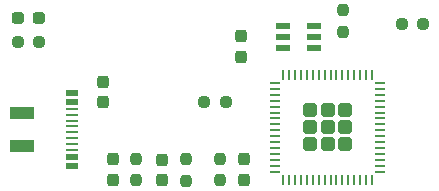
<source format=gbr>
%TF.GenerationSoftware,KiCad,Pcbnew,7.0.6*%
%TF.CreationDate,2023-11-02T18:38:28-04:00*%
%TF.ProjectId,FT2232_Board,46543232-3332-45f4-926f-6172642e6b69,rev?*%
%TF.SameCoordinates,Original*%
%TF.FileFunction,Paste,Top*%
%TF.FilePolarity,Positive*%
%FSLAX46Y46*%
G04 Gerber Fmt 4.6, Leading zero omitted, Abs format (unit mm)*
G04 Created by KiCad (PCBNEW 7.0.6) date 2023-11-02 18:38:28*
%MOMM*%
%LPD*%
G01*
G04 APERTURE LIST*
G04 Aperture macros list*
%AMRoundRect*
0 Rectangle with rounded corners*
0 $1 Rounding radius*
0 $2 $3 $4 $5 $6 $7 $8 $9 X,Y pos of 4 corners*
0 Add a 4 corners polygon primitive as box body*
4,1,4,$2,$3,$4,$5,$6,$7,$8,$9,$2,$3,0*
0 Add four circle primitives for the rounded corners*
1,1,$1+$1,$2,$3*
1,1,$1+$1,$4,$5*
1,1,$1+$1,$6,$7*
1,1,$1+$1,$8,$9*
0 Add four rect primitives between the rounded corners*
20,1,$1+$1,$2,$3,$4,$5,0*
20,1,$1+$1,$4,$5,$6,$7,0*
20,1,$1+$1,$6,$7,$8,$9,0*
20,1,$1+$1,$8,$9,$2,$3,0*%
G04 Aperture macros list end*
%ADD10R,1.000000X0.520000*%
%ADD11R,1.000000X0.270000*%
%ADD12R,2.000000X1.000000*%
%ADD13R,1.270000X0.558800*%
%ADD14RoundRect,0.250000X-0.335000X-0.335000X0.335000X-0.335000X0.335000X0.335000X-0.335000X0.335000X0*%
%ADD15RoundRect,0.062500X-0.337500X-0.062500X0.337500X-0.062500X0.337500X0.062500X-0.337500X0.062500X0*%
%ADD16RoundRect,0.062500X-0.062500X-0.337500X0.062500X-0.337500X0.062500X0.337500X-0.062500X0.337500X0*%
%ADD17RoundRect,0.237500X-0.250000X-0.237500X0.250000X-0.237500X0.250000X0.237500X-0.250000X0.237500X0*%
%ADD18RoundRect,0.237500X0.250000X0.237500X-0.250000X0.237500X-0.250000X-0.237500X0.250000X-0.237500X0*%
%ADD19RoundRect,0.237500X0.237500X-0.250000X0.237500X0.250000X-0.237500X0.250000X-0.237500X-0.250000X0*%
%ADD20RoundRect,0.237500X-0.237500X0.250000X-0.237500X-0.250000X0.237500X-0.250000X0.237500X0.250000X0*%
%ADD21RoundRect,0.237500X-0.287500X-0.237500X0.287500X-0.237500X0.287500X0.237500X-0.287500X0.237500X0*%
%ADD22RoundRect,0.237500X0.237500X-0.287500X0.237500X0.287500X-0.237500X0.287500X-0.237500X-0.287500X0*%
%ADD23RoundRect,0.237500X0.237500X-0.300000X0.237500X0.300000X-0.237500X0.300000X-0.237500X-0.300000X0*%
%ADD24RoundRect,0.237500X-0.237500X0.300000X-0.237500X-0.300000X0.237500X-0.300000X0.237500X0.300000X0*%
G04 APERTURE END LIST*
D10*
%TO.C,J1*%
X112898500Y-84528000D03*
X112898500Y-85278000D03*
D11*
X112898500Y-85878000D03*
X112898500Y-86378000D03*
X112898500Y-86878000D03*
X112898500Y-87378000D03*
X112898500Y-87878000D03*
X112898500Y-88378000D03*
X112898500Y-88878000D03*
X112898500Y-89378000D03*
D10*
X112898500Y-89978000D03*
X112898500Y-90728000D03*
D12*
X108698500Y-86228000D03*
X108698500Y-89028000D03*
%TD*%
D13*
%TO.C,U1*%
X133375400Y-80721200D03*
X133375400Y-79781400D03*
X133375400Y-78841600D03*
X130784600Y-78841600D03*
X130784600Y-79781400D03*
X130784600Y-80721200D03*
%TD*%
D14*
%TO.C,U2*%
X134546000Y-86000000D03*
X135996000Y-86000000D03*
X133096000Y-88900000D03*
X134546000Y-87450000D03*
X135996000Y-88900000D03*
X133096000Y-87450000D03*
X135996000Y-87450000D03*
X134546000Y-88900000D03*
X133096000Y-86000000D03*
D15*
X130096000Y-83700000D03*
X130096000Y-84200000D03*
X130096000Y-84700000D03*
X130096000Y-85200000D03*
X130096000Y-85700000D03*
X130096000Y-86200000D03*
X130096000Y-86700000D03*
X130096000Y-87200000D03*
X130096000Y-87700000D03*
X130096000Y-88200000D03*
X130096000Y-88700000D03*
X130096000Y-89200000D03*
X130096000Y-89700000D03*
X130096000Y-90200000D03*
X130096000Y-90700000D03*
X130096000Y-91200000D03*
D16*
X130796000Y-91900000D03*
X131296000Y-91900000D03*
X131796000Y-91900000D03*
X132296000Y-91900000D03*
X132796000Y-91900000D03*
X133296000Y-91900000D03*
X133796000Y-91900000D03*
X134296000Y-91900000D03*
X134796000Y-91900000D03*
X135296000Y-91900000D03*
X135796000Y-91900000D03*
X136296000Y-91900000D03*
X136796000Y-91900000D03*
X137296000Y-91900000D03*
X137796000Y-91900000D03*
X138296000Y-91900000D03*
D15*
X138996000Y-91200000D03*
X138996000Y-90700000D03*
X138996000Y-90200000D03*
X138996000Y-89700000D03*
X138996000Y-89200000D03*
X138996000Y-88700000D03*
X138996000Y-88200000D03*
X138996000Y-87700000D03*
X138996000Y-87200000D03*
X138996000Y-86700000D03*
X138996000Y-86200000D03*
X138996000Y-85700000D03*
X138996000Y-85200000D03*
X138996000Y-84700000D03*
X138996000Y-84200000D03*
X138996000Y-83700000D03*
D16*
X138296000Y-83000000D03*
X137796000Y-83000000D03*
X137296000Y-83000000D03*
X136796000Y-83000000D03*
X136296000Y-83000000D03*
X135796000Y-83000000D03*
X135296000Y-83000000D03*
X134796000Y-83000000D03*
X134296000Y-83000000D03*
X133796000Y-83000000D03*
X133296000Y-83000000D03*
X132796000Y-83000000D03*
X132296000Y-83000000D03*
X131796000Y-83000000D03*
X131296000Y-83000000D03*
X130796000Y-83000000D03*
%TD*%
D17*
%TO.C,R1*%
X108307500Y-80264000D03*
X110132500Y-80264000D03*
%TD*%
D18*
%TO.C,R7*%
X142644500Y-78740000D03*
X140819500Y-78740000D03*
%TD*%
D19*
%TO.C,R4*%
X122555000Y-90146500D03*
X122555000Y-91971500D03*
%TD*%
%TO.C,R5*%
X118364000Y-91948000D03*
X118364000Y-90123000D03*
%TD*%
D20*
%TO.C,R2*%
X135890000Y-79347700D03*
X135890000Y-77522700D03*
%TD*%
D18*
%TO.C,R3*%
X125931300Y-85344000D03*
X124106300Y-85344000D03*
%TD*%
D20*
%TO.C,R6*%
X125476000Y-90123000D03*
X125476000Y-91948000D03*
%TD*%
D21*
%TO.C,D1*%
X110095000Y-78232000D03*
X108345000Y-78232000D03*
%TD*%
D22*
%TO.C,D2*%
X120555000Y-90184000D03*
X120555000Y-91934000D03*
%TD*%
%TO.C,D3*%
X116364000Y-91910500D03*
X116364000Y-90160500D03*
%TD*%
D23*
%TO.C,C1*%
X115570000Y-83592500D03*
X115570000Y-85317500D03*
%TD*%
%TO.C,C2*%
X127203200Y-79756000D03*
X127203200Y-81481000D03*
%TD*%
D24*
%TO.C,C3*%
X127508000Y-91898000D03*
X127508000Y-90173000D03*
%TD*%
M02*

</source>
